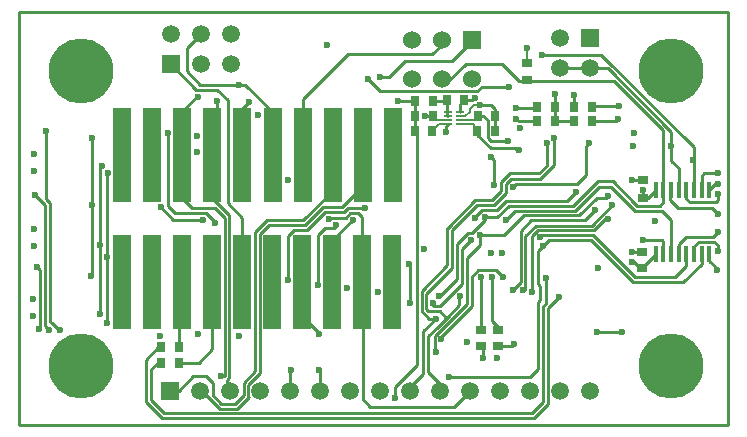
<source format=gbl>
G04*
G04 #@! TF.GenerationSoftware,Altium Limited,Altium Designer,18.1.9 (240)*
G04*
G04 Layer_Physical_Order=4*
G04 Layer_Color=8865052*
%FSLAX44Y44*%
%MOMM*%
G71*
G01*
G75*
%ADD13C,0.2540*%
%ADD14C,0.2000*%
%ADD19R,0.7000X0.9000*%
%ADD20R,0.9000X0.8000*%
%ADD21R,0.8000X0.9000*%
%ADD22R,0.9000X0.7000*%
%ADD48C,1.5000*%
%ADD49R,1.5000X1.5000*%
%ADD50C,1.5240*%
%ADD51R,1.5240X1.5240*%
%ADD52C,5.5000*%
%ADD53C,0.6000*%
%ADD54R,1.5000X8.0000*%
%ADD55R,0.6604X0.2032*%
%ADD56R,0.3500X1.4000*%
D13*
X335146Y249174D02*
Y274574D01*
X336502Y151686D02*
Y246802D01*
X336456Y151640D02*
X336502Y151686D01*
X336456Y146840D02*
Y151640D01*
Y146840D02*
X336502Y146794D01*
Y50498D02*
Y146794D01*
X334638Y248666D02*
X336502Y246802D01*
X318262Y22606D02*
Y32258D01*
X297180Y15240D02*
X368390D01*
X290694Y21726D02*
X297180Y15240D01*
X368390D02*
X382000Y28851D01*
X318262Y32258D02*
X336502Y50498D01*
X355600Y108712D02*
X370586Y123698D01*
X340662Y113332D02*
X362458Y135128D01*
X340662Y96218D02*
Y113332D01*
Y96218D02*
X346710Y90170D01*
X344726Y97996D02*
X346456Y96266D01*
X344726Y97996D02*
Y111300D01*
X366522Y133096D01*
X355600Y108712D02*
Y108966D01*
X350520Y101092D02*
Y103124D01*
Y101092D02*
X351076Y100536D01*
X330708Y103505D02*
Y135636D01*
X290669Y202023D02*
Y228923D01*
X68580Y93980D02*
Y217424D01*
X343916Y261366D02*
X344170Y261620D01*
X334638Y248666D02*
X335146Y249174D01*
X344170Y261620D02*
X349892D01*
X485316Y160770D02*
X521106Y124980D01*
X442928Y160770D02*
X485316D01*
X521106Y124980D02*
X555510D01*
X294894Y293116D02*
X305308Y282702D01*
X387825D02*
X391635Y286512D01*
X305308Y282702D02*
X387825D01*
X391635Y286512D02*
X414274D01*
X383362Y274828D02*
X385442Y276908D01*
X389818Y270644D02*
X399610D01*
X399730Y270764D01*
X376316Y274828D02*
X383362D01*
X364236Y292100D02*
X378206Y306070D01*
X357886Y292100D02*
X364236D01*
X378206Y306070D02*
X408686D01*
X320294Y274320D02*
X320548Y274574D01*
X335146D01*
X304978Y294894D02*
X312674D01*
X186182Y288036D02*
X191262D01*
X153162D02*
X186182D01*
X366776Y308610D02*
X383286Y325120D01*
X326390Y308610D02*
X366776D01*
X312674Y294894D02*
X326390Y308610D01*
X408686Y306070D02*
X423164Y291592D01*
X357886Y322072D02*
Y325120D01*
X349758Y313944D02*
X357886Y322072D01*
X278130Y313944D02*
X349758D01*
X239869Y275683D02*
X278130Y313944D01*
X453647Y269494D02*
Y280159D01*
X453724Y257189D02*
X453865Y257048D01*
X470064D01*
X453647Y257267D02*
X453724Y257189D01*
X453647Y257267D02*
Y269494D01*
X505460Y257048D02*
X507238Y258826D01*
X485064Y257048D02*
X505460D01*
X422769Y257189D02*
X438724D01*
X420624Y259334D02*
X422769Y257189D01*
X484871Y269240D02*
X485379Y269748D01*
X507746D01*
X526146Y132356D02*
X538850Y145060D01*
X520214Y138288D02*
X526146Y132356D01*
X518922Y138288D02*
X520214D01*
X518922D02*
X519654D01*
X520558Y139192D01*
X483633Y156706D02*
X519423Y120916D01*
X561996D01*
X523860Y133350D02*
X525130Y134620D01*
X112700Y228900D02*
Y265506D01*
X469871Y269240D02*
Y279371D01*
X254000Y76962D02*
Y77724D01*
X242062Y89662D02*
X254000Y77724D01*
X239700Y121100D02*
X242062Y118738D01*
Y89662D02*
Y118738D01*
X357378Y74930D02*
X382984Y100536D01*
X351584Y63198D02*
Y75044D01*
Y63198D02*
X352552Y62230D01*
X355139Y78438D02*
X378920Y102219D01*
X354978Y78438D02*
X355139D01*
X351584Y75044D02*
X354978Y78438D01*
X357378Y72644D02*
Y74930D01*
X346202Y44926D02*
Y75467D01*
X342138Y42926D02*
Y79502D01*
X346202Y75467D02*
X354095Y83360D01*
X342138Y79502D02*
X352806Y90170D01*
X346202Y44926D02*
X356600Y34528D01*
X73914Y96840D02*
Y143764D01*
X331200Y31988D02*
X342138Y42926D01*
X363474Y40386D02*
X432562D01*
X439420Y47244D01*
Y104394D01*
X440690Y105664D01*
Y117602D01*
X439166Y119126D02*
X440690Y117602D01*
X439166Y119126D02*
Y147320D01*
X443230Y151384D01*
X87300Y228900D02*
Y264490D01*
X73914Y143764D02*
X74676Y143002D01*
Y142494D02*
Y143002D01*
X73406Y143764D02*
X73914D01*
Y213106D01*
X188900Y267386D02*
X194818Y273304D01*
X188900Y228900D02*
Y267386D01*
X214469Y228923D02*
Y264829D01*
X191262Y288036D02*
X214469Y264829D01*
X290694Y21726D02*
Y120906D01*
X290500Y121100D02*
X290694Y120906D01*
X498703Y302000D02*
X552196Y248507D01*
Y223567D02*
Y248507D01*
X550370Y236474D02*
X552196Y238300D01*
Y223567D02*
X558350Y217413D01*
X550370Y236474D02*
X552196D01*
X571350Y199060D02*
Y235100D01*
X492760Y313690D02*
X571350Y235100D01*
X545036Y199374D02*
Y249919D01*
Y199374D02*
X545350Y199060D01*
X498028Y193548D02*
X498348D01*
X497146Y192666D02*
X498028Y193548D01*
X501061Y201740D02*
X516454Y186347D01*
X490797Y201740D02*
X501061D01*
X470667Y181610D02*
X490797Y201740D01*
X423164Y291592D02*
X503363D01*
X502301Y206248D02*
X520518Y188031D01*
X489557Y206248D02*
X502301D01*
X468983Y185674D02*
X489557Y206248D01*
X428546Y114300D02*
Y160329D01*
X484568Y168898D02*
X501598Y185928D01*
X489084Y192666D02*
X497146D01*
X473964Y177546D02*
X489084Y192666D01*
X478790Y173228D02*
X487426Y181864D01*
Y182118D01*
X495915Y174498D02*
X498703D01*
X486251Y164834D02*
X495915Y174498D01*
X521457Y181308D02*
X543891D01*
X516454Y186311D02*
X521457Y181308D01*
X516454Y186311D02*
Y186347D01*
X523141Y185372D02*
X542208D01*
X520518Y187995D02*
X523141Y185372D01*
X520518Y187995D02*
Y188031D01*
X427228Y177546D02*
X473964D01*
X410464Y160782D02*
X427228Y177546D01*
X390144Y160782D02*
X410464D01*
X188798Y145796D02*
Y175692D01*
X329946Y136398D02*
X330708Y135636D01*
X503363Y291592D02*
X545036Y249919D01*
X551180Y196060D02*
X551850Y196730D01*
X551180Y190294D02*
Y196060D01*
Y190294D02*
X557654Y183820D01*
X239869Y228923D02*
Y275683D01*
X316069Y193575D02*
Y228923D01*
X315900Y121100D02*
Y152476D01*
X290500Y121100D02*
Y175984D01*
X286954Y179530D02*
X290500Y175984D01*
X280414Y179530D02*
X286954D01*
X276350Y175466D02*
X280414Y179530D01*
X263604Y175466D02*
X276350D01*
X262382Y174244D02*
X263604Y175466D01*
X275336Y180594D02*
X278336Y183594D01*
X292199D01*
X292354Y183439D01*
X265100Y156388D02*
X282448Y173736D01*
X282814D01*
X268478Y168708D02*
Y169672D01*
X266902Y167132D02*
X268478Y168708D01*
X259223Y167132D02*
X266902D01*
X258874Y180594D02*
X275336D01*
X273304Y184658D02*
X290669Y202023D01*
X257191Y184658D02*
X273304D01*
X141732Y299466D02*
X153162Y288036D01*
X167386Y283972D02*
X176530Y274828D01*
X149482Y283972D02*
X167386D01*
X128092Y305362D02*
X149482Y283972D01*
X141732Y319002D02*
X153492Y330762D01*
X141732Y299466D02*
Y319002D01*
X176530Y187960D02*
Y274828D01*
X167386Y266192D02*
Y274320D01*
X176530Y187960D02*
X188798Y175692D01*
X163500Y262306D02*
X167386Y266192D01*
X163500Y191846D02*
X177858Y177488D01*
Y39523D02*
Y177488D01*
X176276Y37941D02*
X177858Y39523D01*
X176276Y31374D02*
Y37941D01*
Y31374D02*
X178800Y28851D01*
X87198Y84506D02*
Y121216D01*
X107268Y55198D02*
X117784Y65714D01*
X119938D01*
X107268Y19732D02*
X121158Y5842D01*
X107268Y19732D02*
Y55198D01*
X111332Y21416D02*
X122841Y9906D01*
X111332Y21416D02*
Y47070D01*
X117246Y52984D01*
X120234D01*
X163398Y64084D02*
Y121216D01*
X152298Y52984D02*
X163398Y64084D01*
X135234Y52984D02*
X152298D01*
X134938Y118156D02*
X137998Y121216D01*
X134938Y65714D02*
Y118156D01*
X121158Y5842D02*
X435864D01*
X434181Y9906D02*
X443738Y19463D01*
X182541Y18034D02*
X189842Y25335D01*
X171196Y18034D02*
X182541D01*
X163830Y25400D02*
X171196Y18034D01*
X163830Y25400D02*
Y35306D01*
X157988Y41148D02*
X163830Y35306D01*
X147320Y41148D02*
X157988D01*
X135022Y28851D02*
X147320Y41148D01*
X122841Y9906D02*
X434181D01*
X435864Y5842D02*
X447906Y17884D01*
X443738Y19463D02*
Y100743D01*
X184225Y13970D02*
X194310Y24055D01*
X169513Y13970D02*
X184225D01*
X154632Y28851D02*
X169513Y13970D01*
X189842Y25335D02*
Y35918D01*
X447906Y17884D02*
Y99164D01*
X443738Y100743D02*
X445704Y102709D01*
X447906Y99164D02*
X457020Y108278D01*
X445704Y102709D02*
Y124780D01*
X150114Y277876D02*
X151130D01*
X361696Y253349D02*
X362601Y254254D01*
X361696Y248412D02*
Y253349D01*
X419018Y234442D02*
X421812Y231648D01*
X138100Y265862D02*
X150114Y277876D01*
X138100Y228900D02*
Y265862D01*
X163500Y228900D02*
Y262306D01*
X453136Y220161D02*
Y242570D01*
X452882Y242824D02*
X453136Y242570D01*
X441255Y208280D02*
X453136Y220161D01*
X416366Y208280D02*
X441255D01*
X440258Y213030D02*
X446532Y219304D01*
X415369Y213030D02*
X440258D01*
X446532Y219304D02*
Y238506D01*
X408162Y205823D02*
X415369Y213030D01*
X412226Y196580D02*
Y204140D01*
X401828Y186182D02*
X412226Y196580D01*
X418020Y201740D02*
X420242Y203962D01*
X412054Y189738D02*
X464058D01*
X414274Y185674D02*
X468983D01*
X404434Y175834D02*
X414274Y185674D01*
X419862Y181610D02*
X470667D01*
X411782Y173530D02*
X419862Y181610D01*
X408162Y198263D02*
Y205823D01*
X400145Y190246D02*
X408162Y198263D01*
X386175Y190246D02*
X400145D01*
X362553Y166624D02*
X386175Y190246D01*
X362458Y166624D02*
X362553D01*
X362458Y135128D02*
Y166624D01*
X370586Y153482D02*
X379678Y162574D01*
X370586Y123698D02*
Y153482D01*
X374650Y149352D02*
X382078Y156780D01*
X374650Y119380D02*
Y149352D01*
X378714Y141224D02*
X390144Y152654D01*
X378714Y111572D02*
Y141224D01*
X382984Y125494D02*
X388760Y131270D01*
X382984Y100536D02*
Y125494D01*
X391160Y80660D02*
Y125476D01*
X366522Y133096D02*
Y164846D01*
X394020Y173548D02*
Y175834D01*
X383046Y162574D02*
X394020Y173548D01*
X379678Y162574D02*
X383046D01*
X366522Y164846D02*
X387858Y186182D01*
X401828D01*
X386020Y176028D02*
X392110Y182118D01*
X404434D01*
X412054Y189738D01*
X386020Y175320D02*
Y176028D01*
X394020Y175834D02*
X404434D01*
X402336Y202946D02*
Y224028D01*
X399542Y226822D02*
X402336Y224028D01*
X412226Y204140D02*
X416366Y208280D01*
X390144Y152654D02*
Y160782D01*
X346710Y90170D02*
X352806D01*
X346456Y96266D02*
X355854D01*
X355806Y100536D02*
X374650Y119380D01*
X351076Y100536D02*
X355806D01*
X362745Y91915D02*
X372157Y101327D01*
X354190Y83360D02*
X362745Y91915D01*
X355854Y96266D02*
X360205Y91915D01*
X362745D01*
X372157Y101327D02*
Y107997D01*
X354095Y83360D02*
X354190D01*
X378920Y102219D02*
Y111366D01*
X403908Y131270D02*
X409956Y125222D01*
X437377Y268224D02*
X438647Y269494D01*
X420370Y268224D02*
X437377D01*
X471932Y203962D02*
X479806Y211836D01*
X420242Y203962D02*
X471932D01*
X464058Y189738D02*
X471424Y197104D01*
X479806Y236474D02*
X482346Y239014D01*
X479806Y211836D02*
Y236474D01*
X399007Y234442D02*
X419018D01*
X387822Y245627D02*
X399007Y234442D01*
X387822Y245627D02*
Y248800D01*
X398955Y240242D02*
X413512D01*
X396528Y242669D02*
X398955Y240242D01*
X421812Y231648D02*
X423418Y233254D01*
X396528Y242669D02*
Y258030D01*
X392938Y261620D02*
X396528Y258030D01*
X387978Y261620D02*
X392938D01*
X402822Y248800D02*
Y267672D01*
X399730Y270764D02*
X402822Y267672D01*
X372761Y271273D02*
X376316Y274828D01*
X372761Y265430D02*
Y271273D01*
X362316Y262159D02*
Y274828D01*
Y262159D02*
X362601Y261874D01*
X362062Y274574D02*
X362316Y274828D01*
X350146Y274574D02*
X362062D01*
X388760Y131270D02*
X403908D01*
X400304Y87884D02*
Y125222D01*
Y87884D02*
X405130Y83058D01*
Y80660D02*
Y83058D01*
X378714Y111572D02*
X378920Y111366D01*
X372157Y107997D02*
X373126Y108966D01*
X417627Y114415D02*
X424482Y121270D01*
X426720Y114300D02*
X428546D01*
X433880Y113236D02*
Y159916D01*
Y113236D02*
X434340Y112776D01*
X424482Y121270D02*
Y164640D01*
X255000Y28851D02*
Y45736D01*
X253746Y46990D02*
X255000Y45736D01*
X229600Y46212D02*
X229870Y46482D01*
X229600Y28851D02*
Y46212D01*
X171196Y41148D02*
X173736D01*
X173794Y41206D01*
X189842Y35918D02*
X199390Y45466D01*
X193906Y34235D02*
X203454Y43783D01*
X193906Y24587D02*
Y34235D01*
Y24587D02*
X194310Y24183D01*
Y24055D02*
Y24183D01*
X153400Y28851D02*
X154632D01*
X128000D02*
X135022D01*
X203454Y43783D02*
Y161893D01*
X211060Y169499D01*
X242031D01*
X199390Y163576D02*
X209377Y173563D01*
X240348D01*
X265269Y198484D01*
X232583Y165435D02*
X243715D01*
X227330Y160181D02*
X232583Y165435D01*
X243715D02*
X258874Y180594D01*
X199390Y45466D02*
Y163576D01*
X265269Y198484D02*
Y228923D01*
X242031Y169499D02*
X257191Y184658D01*
X252730Y160639D02*
X259223Y167132D01*
X227330Y123190D02*
Y160181D01*
X252730Y118954D02*
Y160639D01*
X265100Y121100D02*
Y156388D01*
X165354Y183896D02*
X173794Y175456D01*
X146558Y183896D02*
X165354D01*
X163500Y191846D02*
Y228900D01*
X173794Y41206D02*
Y175456D01*
X138100Y192354D02*
X146558Y183896D01*
X138100Y192354D02*
Y228900D01*
X125984Y185832D02*
Y247650D01*
Y185832D02*
X131984Y179832D01*
X158054D01*
X165862Y172024D01*
Y171450D02*
Y172024D01*
X130376Y173990D02*
X155702D01*
X120142Y184224D02*
X130376Y173990D01*
X441198Y159040D02*
X442928Y160770D01*
X564850Y134320D02*
Y145060D01*
X555510Y124980D02*
X564850Y134320D01*
X68580Y217424D02*
X70104Y218948D01*
X67310Y152400D02*
X68072D01*
X138100Y94412D02*
Y109982D01*
X137668Y93980D02*
X138100Y94412D01*
X61468Y126492D02*
Y186436D01*
X74374Y86820D02*
Y96380D01*
X73914Y86360D02*
X74374Y86820D01*
X73914Y96840D02*
X74374Y96380D01*
X61468Y186436D02*
Y243078D01*
X60960Y125984D02*
X61468Y126492D01*
X22352Y191486D02*
Y248666D01*
Y191486D02*
X25860Y187978D01*
X30686Y83136D02*
X33162Y80660D01*
X30686Y83136D02*
Y83267D01*
X27292Y86661D02*
X30686Y83267D01*
X27161Y86661D02*
X27292D01*
X25860Y87962D02*
X27161Y86661D01*
X25860Y87962D02*
Y187978D01*
X22558Y83201D02*
X24892Y80867D01*
X22558Y83201D02*
Y83426D01*
X21796Y84188D02*
X22558Y83426D01*
X21796Y84188D02*
Y186295D01*
X33162Y80660D02*
X34290D01*
X13462Y194629D02*
X21796Y186295D01*
X14808Y134170D02*
X17732Y131246D01*
Y81994D02*
Y131246D01*
X16764Y81026D02*
X17732Y81994D01*
X356600Y28851D02*
Y34528D01*
X331200Y28851D02*
Y31988D01*
X488950Y78410D02*
X510464D01*
X433070Y173228D02*
X478790D01*
X424482Y164640D02*
X433070Y173228D01*
X527812Y192652D02*
Y199390D01*
X527812Y192652D02*
X527812Y192652D01*
X438798Y164834D02*
X486251D01*
X437115Y168898D02*
X484568D01*
X433880Y159916D02*
X438798Y164834D01*
X428546Y160329D02*
X437115Y168898D01*
X542208Y185372D02*
X545350Y188514D01*
X405130Y80660D02*
X405130Y80660D01*
X551850Y145060D02*
Y173349D01*
X543891Y181308D02*
X551850Y173349D01*
X448552Y156706D02*
X483633D01*
X458000Y302000D02*
X483400D01*
X498703D01*
X558350Y199060D02*
Y217413D01*
X442722Y313690D02*
X492760D01*
X443230Y151384D02*
X448552Y156706D01*
X561996Y120916D02*
X577850Y136770D01*
X544492Y156464D02*
X545350Y155606D01*
X527812Y156464D02*
X544492D01*
X532442Y192652D02*
X538850Y199060D01*
X527812Y192652D02*
X532442D01*
X518788Y207652D02*
X527812D01*
X518922Y146812D02*
X526938D01*
X527050Y146700D01*
X527050Y146700D02*
X527050Y146700D01*
X212798Y127762D02*
X212941Y127905D01*
X87300Y201244D02*
Y228900D01*
X112700Y199314D02*
Y228900D01*
X214300Y102540D02*
Y121100D01*
X211020Y129540D02*
X212798Y127762D01*
X391160Y80660D02*
X391160Y80660D01*
X545350Y188514D02*
Y199060D01*
X577850Y136770D02*
Y145060D01*
X545350D02*
Y155606D01*
X405130Y66660D02*
X417180D01*
X418780Y68260D01*
X391160Y66660D02*
X392868Y64952D01*
Y56580D02*
Y64952D01*
X591820Y190170D02*
Y195250D01*
X590130Y188480D02*
X591820Y190170D01*
X590550Y131470D02*
Y132740D01*
X584350Y138940D02*
X590550Y132740D01*
X564354Y159374D02*
X587694D01*
X558350Y153370D02*
X564354Y159374D01*
X587694D02*
X591820Y163500D01*
X558350Y145060D02*
Y153370D01*
X571350Y145060D02*
Y151261D01*
X575399Y155310D02*
X588580D01*
X571350Y151261D02*
X575399Y155310D01*
X588580D02*
X591820Y152070D01*
X564850Y191740D02*
Y199060D01*
Y191740D02*
X568110Y188480D01*
X590130D01*
X586740Y183820D02*
X591820Y178740D01*
X557654Y183820D02*
X586740D01*
X584350Y199060D02*
X589430Y204140D01*
X591820D01*
Y146990D02*
Y152070D01*
X584350Y138940D02*
Y145060D01*
X579730Y213030D02*
X591820D01*
X577850Y211150D02*
X579730Y213030D01*
X577850Y199060D02*
Y211150D01*
X551850Y196730D02*
Y199060D01*
X0Y0D02*
X600000D01*
X0D02*
Y350000D01*
X600000D01*
Y0D02*
Y350000D01*
D14*
X355480Y254508D02*
X362601D01*
X349638Y248666D02*
X355480Y254508D01*
X383914Y270644D02*
X389818D01*
X383794Y270764D02*
X383914Y270644D01*
X430022Y306814D02*
Y319024D01*
X386746Y249876D02*
X387858Y250988D01*
X372761Y258064D02*
X388112D01*
X384338Y254508D02*
X387858Y250988D01*
X372761Y254508D02*
X384338D01*
X383794Y270236D02*
Y270764D01*
X381362Y267804D02*
X383794Y270236D01*
X381362Y265284D02*
Y267804D01*
X377698Y261620D02*
X381362Y265284D01*
X372761Y261620D02*
X377698D01*
X388112Y258064D02*
X389636Y259588D01*
X349892Y261620D02*
X353448Y258064D01*
X362601D01*
D19*
X484871Y269240D02*
D03*
X469871D02*
D03*
X453647Y269494D02*
D03*
X438647D02*
D03*
X453724Y257189D02*
D03*
X438724D02*
D03*
X485064Y257048D02*
D03*
X470064D02*
D03*
X402978Y261620D02*
D03*
X387978D02*
D03*
X402822Y248800D02*
D03*
X387822D02*
D03*
X335146Y274574D02*
D03*
X350146D02*
D03*
X334892Y261620D02*
D03*
X349892D02*
D03*
X334638Y248666D02*
D03*
X349638D02*
D03*
X135234Y52984D02*
D03*
X120234D02*
D03*
X134938Y65714D02*
D03*
X119938D02*
D03*
D20*
X391160Y80660D02*
D03*
Y66660D02*
D03*
X405130Y80660D02*
D03*
Y66660D02*
D03*
X527050Y146700D02*
D03*
Y132700D02*
D03*
D21*
X362316Y274828D02*
D03*
X376316D02*
D03*
D22*
X430022Y291814D02*
D03*
Y306814D02*
D03*
X527812Y207652D02*
D03*
Y192652D02*
D03*
D48*
X483600Y28851D02*
D03*
X458200D02*
D03*
X432800D02*
D03*
X407400D02*
D03*
X382000D02*
D03*
X356600D02*
D03*
X331200D02*
D03*
X305800D02*
D03*
X280400D02*
D03*
X255000D02*
D03*
X229600D02*
D03*
X204200D02*
D03*
X178800D02*
D03*
X153400D02*
D03*
X483400Y302000D02*
D03*
X458000Y327400D02*
D03*
Y302000D02*
D03*
X178892Y330762D02*
D03*
Y305362D02*
D03*
X153492Y330762D02*
D03*
Y305362D02*
D03*
X128092Y330762D02*
D03*
D49*
X128000Y28851D02*
D03*
X483400Y327400D02*
D03*
X128092Y305362D02*
D03*
D50*
X332711Y293116D02*
D03*
X358111D02*
D03*
X383511D02*
D03*
X332711Y326136D02*
D03*
X358111D02*
D03*
D51*
X383511D02*
D03*
D52*
X552000Y50000D02*
D03*
Y300000D02*
D03*
X52000D02*
D03*
Y50000D02*
D03*
D53*
X318262Y22606D02*
D03*
X355600Y108966D02*
D03*
X350520Y103124D02*
D03*
X343916Y261366D02*
D03*
X294894Y293116D02*
D03*
X385442Y276908D02*
D03*
X389818Y270644D02*
D03*
X414274Y286512D02*
D03*
X320294Y274320D02*
D03*
X304978Y294894D02*
D03*
X520566Y247008D02*
D03*
X453647Y280159D02*
D03*
X519938Y235966D02*
D03*
X423672Y251206D02*
D03*
X507746Y269748D02*
D03*
X570230Y224282D02*
D03*
X518922Y138288D02*
D03*
X112700Y265506D02*
D03*
X469871Y279371D02*
D03*
X254000Y76962D02*
D03*
X357378Y72644D02*
D03*
X352552Y62230D02*
D03*
X363474Y40386D02*
D03*
X303904Y112776D02*
D03*
X87300Y264490D02*
D03*
X408940Y146050D02*
D03*
X399796Y145796D02*
D03*
X342250Y149240D02*
D03*
X277368Y116078D02*
D03*
X74676Y142494D02*
D03*
X202438Y262128D02*
D03*
X194818Y273304D02*
D03*
X552196Y236474D02*
D03*
X498348Y193548D02*
D03*
X501598Y185928D02*
D03*
X487426Y182118D02*
D03*
X498703Y174498D02*
D03*
X189738Y145796D02*
D03*
X329946Y136398D02*
D03*
X330708Y103505D02*
D03*
X186182Y288036D02*
D03*
X430022Y319024D02*
D03*
X260350Y322060D02*
D03*
X316069Y193575D02*
D03*
X315900Y152476D02*
D03*
X282814Y173736D02*
D03*
X268478Y169672D02*
D03*
X292354Y183439D02*
D03*
X167386Y274320D02*
D03*
X114554Y146304D02*
D03*
X87198Y84506D02*
D03*
X445704Y124780D02*
D03*
X151130Y277876D02*
D03*
X361696Y248412D02*
D03*
X452882Y242824D02*
D03*
X446532Y238506D02*
D03*
X418020Y201740D02*
D03*
X391160Y125476D02*
D03*
X402336Y202946D02*
D03*
X390144Y160782D02*
D03*
X386020Y175320D02*
D03*
X352806Y90170D02*
D03*
X420624Y259334D02*
D03*
X420370Y268224D02*
D03*
X507238Y258826D02*
D03*
X471424Y197104D02*
D03*
X482346Y239014D02*
D03*
X413512Y240242D02*
D03*
X423418Y233254D02*
D03*
X400304Y125222D02*
D03*
X373126Y108966D02*
D03*
X409956Y125222D02*
D03*
X417627Y114415D02*
D03*
X426720Y114300D02*
D03*
X434340Y112776D02*
D03*
X253746Y46990D02*
D03*
X229870Y46482D02*
D03*
X171196Y41148D02*
D03*
X262382Y174244D02*
D03*
X227330Y123190D02*
D03*
X252730Y118954D02*
D03*
X125984Y247650D02*
D03*
X165862Y171450D02*
D03*
X155702Y173990D02*
D03*
X120142Y184224D02*
D03*
X382078Y156780D02*
D03*
X399542Y226822D02*
D03*
X441198Y159040D02*
D03*
X70104Y218948D02*
D03*
X68072Y152400D02*
D03*
X68580Y93980D02*
D03*
X227838Y207772D02*
D03*
X150368Y230886D02*
D03*
Y244886D02*
D03*
X75184Y213360D02*
D03*
X73914Y86360D02*
D03*
X61468Y243078D02*
D03*
X60960Y125984D02*
D03*
X61468Y186436D02*
D03*
X290696Y216020D02*
D03*
X265684Y256032D02*
D03*
X151130Y76708D02*
D03*
X186182Y75184D02*
D03*
X119050Y75708D02*
D03*
X215392Y98298D02*
D03*
X22352Y248666D02*
D03*
X24892Y80867D02*
D03*
X34290Y80660D02*
D03*
X13462Y194629D02*
D03*
X14808Y134170D02*
D03*
X16764Y81026D02*
D03*
X12642Y215196D02*
D03*
X12056Y229196D02*
D03*
X12476Y151964D02*
D03*
X12294Y165964D02*
D03*
X11908Y92426D02*
D03*
X11938Y106426D02*
D03*
X510464Y78410D02*
D03*
X488950D02*
D03*
X527812Y199390D02*
D03*
X457020Y108278D02*
D03*
X489966Y132588D02*
D03*
X442722Y313690D02*
D03*
X443230Y151384D02*
D03*
X411782Y173530D02*
D03*
X527812Y156464D02*
D03*
X518788Y207652D02*
D03*
X518922Y146812D02*
D03*
X394020Y175834D02*
D03*
X378780Y70170D02*
D03*
X404560Y56580D02*
D03*
X418780Y68260D02*
D03*
X392868Y56580D02*
D03*
X591820Y195250D02*
D03*
X590550Y131470D02*
D03*
X591820Y204140D02*
D03*
Y146990D02*
D03*
X538150Y172390D02*
D03*
X591820Y163500D02*
D03*
Y178740D02*
D03*
Y213030D02*
D03*
D54*
X188798Y121216D02*
D03*
X163398D02*
D03*
X137998D02*
D03*
X112598D02*
D03*
X87198D02*
D03*
X87300Y228900D02*
D03*
X112700D02*
D03*
X138100D02*
D03*
X163500D02*
D03*
X188900D02*
D03*
X315900Y121100D02*
D03*
X290500D02*
D03*
X265100D02*
D03*
X239700D02*
D03*
X214300D02*
D03*
X316069Y228923D02*
D03*
X290669D02*
D03*
X265269D02*
D03*
X239869D02*
D03*
X214469D02*
D03*
D55*
X362601Y265176D02*
D03*
Y261620D02*
D03*
Y258064D02*
D03*
Y254508D02*
D03*
X372761D02*
D03*
Y258064D02*
D03*
Y261620D02*
D03*
Y265176D02*
D03*
D56*
X538850Y199060D02*
D03*
X545350D02*
D03*
X551850D02*
D03*
X558350D02*
D03*
X564850D02*
D03*
X571350D02*
D03*
X577850D02*
D03*
X584350D02*
D03*
X538850Y145060D02*
D03*
X545350D02*
D03*
X551850D02*
D03*
X558350D02*
D03*
X564850D02*
D03*
X571350D02*
D03*
X577850D02*
D03*
X584350D02*
D03*
M02*

</source>
